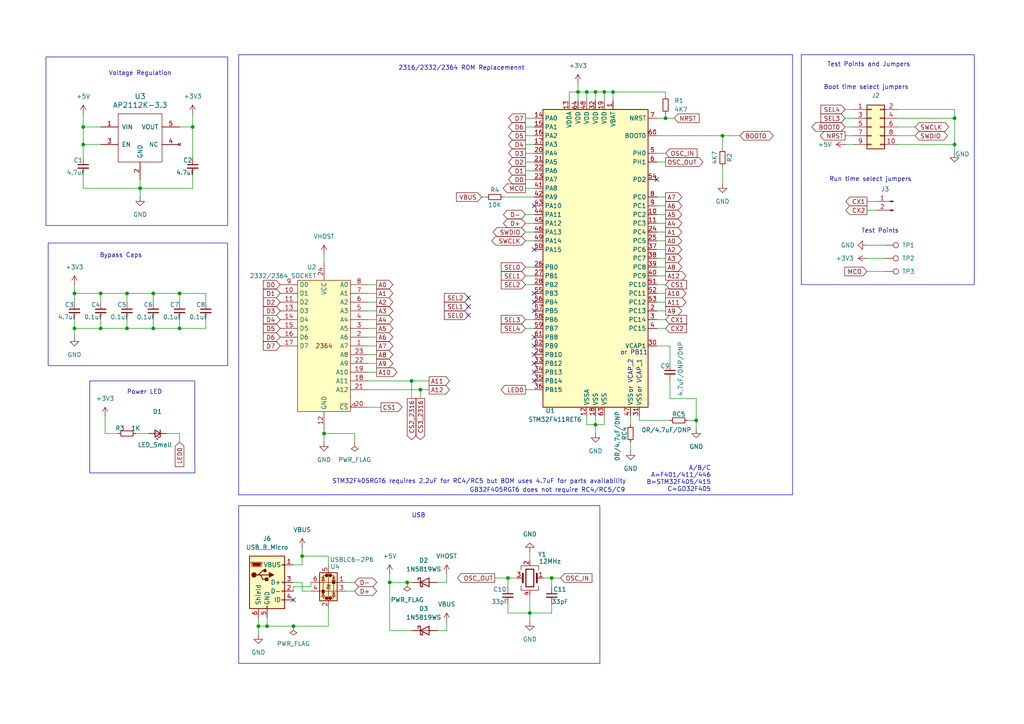
<source format=kicad_sch>
(kicad_sch (version 20250114) (generator "eeschema") (generator_version "9.0")
  (paper "A4")
  (title_block (title "One ROM Ice") (date "2025-12-11") (rev "I") (company "piers.rocks") (comment 1 "(c) Piers Finlayson 2025"))
  (lib_symbols
    (symbol "Connector:Conn_01x02_Pin" (pin_names (offset 1.016) (hide yes))
      (property "Reference" "J" (at 0 2.54 0))
      (property "Value" "Conn_01x02_Pin" (at 0 -5.08 0))
      (symbol "Conn_01x02_Pin_1_1"
        (pin passive line (at 5.08 0 180) (length 3.81) (name "Pin_1") (number "1"))
        (pin passive line (at 5.08 -2.54 180) (length 3.81) (name "Pin_2") (number "2"))
      )
    )
    (symbol "Connector:TestPoint" (pin_numbers (hide yes)) (pin_names (offset 0.762) (hide yes))
      (property "Reference" "TP" (at 0 6.858 0))
      (property "Value" "TestPoint" (at 0 5.08 0))
      (symbol "TestPoint_1_1"
        (pin passive line (at 0 0 90) (length 2.54) (name "1") (number "1"))
      )
    )
    (symbol "Connector:USB_B_Micro" (pin_names (offset 1.016))
      (property "Reference" "J" (at -5.08 11.43 0))
      (property "Value" "USB_B_Micro" (at -5.08 8.89 0))
      (symbol "USB_B_Micro_1_1"
        (pin passive line (at -2.54 -10.16 90) (length 2.54) (name "Shield") (number "6"))
        (pin power_out line (at 0 -10.16 90) (length 2.54) (name "GND") (number "5"))
        (pin power_out line (at 7.62 5.08 180) (length 2.54) (name "VBUS") (number "1"))
        (pin bidirectional line (at 7.62 0 180) (length 2.54) (name "D+") (number "3"))
        (pin bidirectional line (at 7.62 -2.54 180) (length 2.54) (name "D-") (number "2"))
        (pin passive line (at 7.62 -5.08 180) (length 2.54) (name "ID") (number "4"))
      )
    )
    (symbol "Connector_Generic:Conn_02x05_Odd_Even" (pin_names (offset 1.016) (hide yes))
      (property "Reference" "J" (at 1.27 7.62 0))
      (property "Value" "Conn_02x05_Odd_Even" (at 1.27 -7.62 0))
      (symbol "Conn_02x05_Odd_Even_1_1"
        (pin passive line (at -5.08 5.08 0) (length 3.81) (name "Pin_1") (number "1"))
        (pin passive line (at -5.08 2.54 0) (length 3.81) (name "Pin_3") (number "3"))
        (pin passive line (at -5.08 0 0) (length 3.81) (name "Pin_5") (number "5"))
        (pin passive line (at -5.08 -2.54 0) (length 3.81) (name "Pin_7") (number "7"))
        (pin passive line (at -5.08 -5.08 0) (length 3.81) (name "Pin_9") (number "9"))
        (pin passive line (at 7.62 5.08 180) (length 3.81) (name "Pin_2") (number "2"))
        (pin passive line (at 7.62 2.54 180) (length 3.81) (name "Pin_4") (number "4"))
        (pin passive line (at 7.62 0 180) (length 3.81) (name "Pin_6") (number "6"))
        (pin passive line (at 7.62 -2.54 180) (length 3.81) (name "Pin_8") (number "8"))
        (pin passive line (at 7.62 -5.08 180) (length 3.81) (name "Pin_10") (number "10"))
      )
    )
    (symbol "Device:C_Small" (pin_numbers (hide yes)) (pin_names (offset 0.254) (hide yes))
      (property "Reference" "C" (at 0.254 1.778 0))
      (property "Value" "C_Small" (at 0.254 -2.032 0))
      (symbol "C_Small_1_1"
        (pin passive line (at 0 2.54 270) (length 2.032) (name "~") (number "1"))
        (pin passive line (at 0 -2.54 90) (length 2.032) (name "~") (number "2"))
      )
    )
    (symbol "Device:Crystal_GND24" (pin_names (offset 1.016) (hide yes))
      (property "Reference" "Y" (at 3.175 5.08 0))
      (property "Value" "Crystal_GND24" (at 3.175 3.175 0))
      (symbol "Crystal_GND24_1_1"
        (pin passive line (at -3.81 0 0) (length 1.27) (name "1") (number "1"))
        (pin passive line (at 0 5.08 270) (length 1.27) (name "2") (number "2"))
        (pin passive line (at 0 -5.08 90) (length 1.27) (name "4") (number "4"))
        (pin passive line (at 3.81 0 180) (length 1.27) (name "3") (number "3"))
      )
    )
    (symbol "Device:LED_Small" (pin_numbers (hide yes)) (pin_names (offset 0.254) (hide yes))
      (property "Reference" "D" (at -1.27 3.175 0))
      (property "Value" "LED_Small" (at -4.445 -2.54 0))
      (symbol "LED_Small_1_1"
        (pin passive line (at -2.54 0 0) (length 1.778) (name "K") (number "1"))
        (pin passive line (at 2.54 0 180) (length 1.778) (name "A") (number "2"))
      )
    )
    (symbol "Device:R_Small" (pin_numbers (hide yes)) (pin_names (offset 0.254) (hide yes))
      (property "Reference" "R" (at 0.762 0.508 0))
      (property "Value" "R_Small" (at 0.762 -1.016 0))
      (symbol "R_Small_1_1"
        (pin passive line (at 0 2.54 270) (length 0.762) (name "~") (number "1"))
        (pin passive line (at 0 -2.54 90) (length 0.762) (name "~") (number "2"))
      )
    )
    (symbol "Diode:1N5819WS" (pin_numbers (hide yes)) (pin_names (offset 1.016) (hide yes))
      (property "Reference" "D" (at 0 2.54 0))
      (property "Value" "1N5819WS" (at 0 -2.54 0))
      (symbol "1N5819WS_1_1"
        (pin passive line (at -3.81 0 0) (length 2.54) (name "K") (number "1"))
        (pin passive line (at 3.81 0 180) (length 2.54) (name "A") (number "2"))
      )
    )
    (symbol "Power_Protection:USBLC6-2P6" (pin_names (hide yes))
      (property "Reference" "U" (at 0.635 5.715 0))
      (property "Value" "USBLC6-2P6" (at 0.635 3.81 0))
      (symbol "USBLC6-2P6_1_1"
        (pin passive line (at -5.08 0 0) (length 2.54) (name "I/O1") (number "1"))
        (pin passive line (at -5.08 -2.54 0) (length 2.54) (name "I/O2") (number "3"))
        (pin passive line (at 0 5.08 270) (length 2.54) (name "VBUS") (number "5"))
        (pin passive line (at 0 -7.62 90) (length 2.54) (name "GND") (number "2"))
        (pin passive line (at 5.08 0 180) (length 2.54) (name "I/O1") (number "6"))
        (pin passive line (at 5.08 -2.54 180) (length 2.54) (name "I/O2") (number "4"))
      )
    )
    (symbol "piers_old:RT9013" (pin_names (offset 1.016))
      (property "Reference" "U" (at 5.08 11.43 0))
      (property "Value" "RT9013" (at -2.54 11.43 0))
      (symbol "RT9013_1_1"
        (pin power_in line (at -11.43 5.08 0) (length 5.08) (name "VIN") (number "1"))
        (pin input line (at -11.43 0 0) (length 5.08) (name "EN") (number "3"))
        (pin power_in line (at 0 -10.16 90) (length 5.08) (name "GND") (number "2"))
        (pin power_out line (at 11.43 5.08 180) (length 5.08) (name "VOUT") (number "5"))
        (pin no_connect line (at 11.43 0 180) (length 5.08) (name "NC") (number "4"))
      )
    )
    (symbol "piers_retro:2364"
      (property "Reference" "U" (at 3.048 23.114 0))
      (symbol "2364_1_1"
        (text "2364" (at 0 0 0) (effects (font (size 1.27 1.27))))
        (pin input line (at -12.7 17.78 0) (length 5.08) (name "A0") (number "8"))
        (pin input line (at -12.7 15.24 0) (length 5.08) (name "A1") (number "7"))
        (pin input line (at -12.7 12.7 0) (length 5.08) (name "A2") (number "6"))
        (pin input line (at -12.7 10.16 0) (length 5.08) (name "A3") (number "5"))
        (pin input line (at -12.7 7.62 0) (length 5.08) (name "A4") (number "4"))
        (pin input line (at -12.7 5.08 0) (length 5.08) (name "A5") (number "3"))
        (pin input line (at -12.7 2.54 0) (length 5.08) (name "A6") (number "2"))
        (pin input line (at -12.7 0 0) (length 5.08) (name "A7") (number "1"))
        (pin input line (at -12.7 -2.54 0) (length 5.08) (name "A8") (number "23"))
        (pin input line (at -12.7 -5.08 0) (length 5.08) (name "A9") (number "22"))
        (pin input line (at -12.7 -7.62 0) (length 5.08) (name "A10") (number "19"))
        (pin input line (at -12.7 -10.16 0) (length 5.08) (name "A11") (number "18"))
        (pin input line (at -12.7 -12.7 0) (length 5.08) (name "A12") (number "21"))
        (pin input input_low (at -12.7 -17.78 0) (length 5.08) (name "~{CS}") (number "20"))
        (pin power_in line (at 0 24.13 270) (length 5.08) (name "VCC") (number "24"))
        (pin power_in line (at 0 -24.13 90) (length 5.08) (name "GND") (number "12"))
        (pin tri_state line (at 12.7 17.78 180) (length 5.08) (name "D0") (number "9"))
        (pin tri_state line (at 12.7 15.24 180) (length 5.08) (name "D1") (number "10"))
        (pin tri_state line (at 12.7 12.7 180) (length 5.08) (name "D2") (number "11"))
        (pin tri_state line (at 12.7 10.16 180) (length 5.08) (name "D3") (number "13"))
        (pin tri_state line (at 12.7 7.62 180) (length 5.08) (name "D4") (number "14"))
        (pin tri_state line (at 12.7 5.08 180) (length 5.08) (name "D5") (number "15"))
        (pin tri_state line (at 12.7 2.54 180) (length 5.08) (name "D6") (number "16"))
        (pin tri_state line (at 12.7 0 180) (length 5.08) (name "D7") (number "17"))
      )
    )
    (symbol "piers_retro:STM32F411R_C-E_Tx"
      (property "Reference" "U" (at -15.24 44.45 0))
      (property "Value" "STM32F411R_C-E_Tx" (at 10.16 44.45 0))
      (symbol "STM32F411R_C-E_Tx_1_1"
        (pin input line (at -17.78 40.64 0) (length 2.54) (name "NRST") (number "7"))
        (pin input line (at -17.78 35.56 0) (length 2.54) (name "BOOT0") (number "60"))
        (pin bidirectional line (at -17.78 30.48 0) (length 2.54) (name "PH0") (number "5"))
        (pin bidirectional line (at -17.78 27.94 0) (length 2.54) (name "PH1") (number "6"))
        (pin bidirectional line (at -17.78 22.86 0) (length 2.54) (name "PD2") (number "54"))
        (pin bidirectional line (at -17.78 17.78 0) (length 2.54) (name "PC0") (number "8"))
        (pin bidirectional line (at -17.78 15.24 0) (length 2.54) (name "PC1") (number "9"))
        (pin bidirectional line (at -17.78 12.7 0) (length 2.54) (name "PC2") (number "10"))
        (pin bidirectional line (at -17.78 10.16 0) (length 2.54) (name "PC3") (number "11"))
        (pin bidirectional line (at -17.78 7.62 0) (length 2.54) (name "PC4") (number "24"))
        (pin bidirectional line (at -17.78 5.08 0) (length 2.54) (name "PC5") (number "25"))
        (pin bidirectional line (at -17.78 2.54 0) (length 2.54) (name "PC6") (number "37"))
        (pin bidirectional line (at -17.78 0 0) (length 2.54) (name "PC7") (number "38"))
        (pin bidirectional line (at -17.78 -2.54 0) (length 2.54) (name "PC8") (number "39"))
        (pin bidirectional line (at -17.78 -5.08 0) (length 2.54) (name "PC9") (number "40"))
        (pin bidirectional line (at -17.78 -7.62 0) (length 2.54) (name "PC10") (number "51"))
        (pin bidirectional line (at -17.78 -10.16 0) (length 2.54) (name "PC11") (number "52"))
        (pin bidirectional line (at -17.78 -12.7 0) (length 2.54) (name "PC12") (number "53"))
        (pin bidirectional line (at -17.78 -15.24 0) (length 2.54) (name "PC13") (number "2"))
        (pin bidirectional line (at -17.78 -17.78 0) (length 2.54) (name "PC14") (number "3"))
        (pin bidirectional line (at -17.78 -20.32 0) (length 2.54) (name "PC15") (number "4"))
        (pin power_out line (at -17.78 -25.4 0) (length 2.54) (name "VCAP1") (number "30"))
        (pin passive line (at -12.7 -45.72 90) (length 2.54) (name "VSS") (number "31"))
        (pin passive line (at -10.16 -45.72 90) (length 2.54) (name "VSS") (number "47"))
        (pin power_in line (at -5.08 45.72 270) (length 2.54) (name "VBAT") (number "1"))
        (pin power_in line (at -2.54 45.72 270) (length 2.54) (name "VDD") (number "19"))
        (pin passive line (at -2.54 -45.72 90) (length 2.54) (name "VSS") (number "63"))
        (pin power_in line (at 0 45.72 270) (length 2.54) (name "VDD") (number "32"))
        (pin power_in line (at 0 -45.72 90) (length 2.54) (name "VSS") (number "18"))
        (pin power_in line (at 2.54 45.72 270) (length 2.54) (name "VDD") (number "48"))
        (pin power_in line (at 2.54 -45.72 90) (length 2.54) (name "VSSA") (number "12"))
        (pin power_in line (at 5.08 45.72 270) (length 2.54) (name "VDD") (number "64"))
        (pin power_in line (at 7.62 45.72 270) (length 2.54) (name "VDDA") (number "13"))
        (pin bidirectional line (at 17.78 40.64 180) (length 2.54) (name "PA0") (number "14"))
        (pin bidirectional line (at 17.78 38.1 180) (length 2.54) (name "PA1") (number "15"))
        (pin bidirectional line (at 17.78 35.56 180) (length 2.54) (name "PA2") (number "16"))
        (pin bidirectional line (at 17.78 33.02 180) (length 2.54) (name "PA3") (number "17"))
        (pin bidirectional line (at 17.78 30.48 180) (length 2.54) (name "PA4") (number "20"))
        (pin bidirectional line (at 17.78 27.94 180) (length 2.54) (name "PA5") (number "21"))
        (pin bidirectional line (at 17.78 25.4 180) (length 2.54) (name "PA6") (number "22"))
        (pin bidirectional line (at 17.78 22.86 180) (length 2.54) (name "PA7") (number "23"))
        (pin bidirectional line (at 17.78 20.32 180) (length 2.54) (name "PA8") (number "41"))
        (pin bidirectional line (at 17.78 17.78 180) (length 2.54) (name "PA9") (number "42"))
        (pin bidirectional line (at 17.78 15.24 180) (length 2.54) (name "PA10") (number "43"))
        (pin bidirectional line (at 17.78 12.7 180) (length 2.54) (name "PA11") (number "44"))
        (pin bidirectional line (at 17.78 10.16 180) (length 2.54) (name "PA12") (number "45"))
        (pin bidirectional line (at 17.78 7.62 180) (length 2.54) (name "PA13") (number "46"))
        (pin bidirectional line (at 17.78 5.08 180) (length 2.54) (name "PA14") (number "49"))
        (pin bidirectional line (at 17.78 2.54 180) (length 2.54) (name "PA15") (number "50"))
        (pin bidirectional line (at 17.78 -2.54 180) (length 2.54) (name "PB0") (number "26"))
        (pin bidirectional line (at 17.78 -5.08 180) (length 2.54) (name "PB1") (number "27"))
        (pin bidirectional line (at 17.78 -7.62 180) (length 2.54) (name "PB2") (number "28"))
        (pin bidirectional line (at 17.78 -10.16 180) (length 2.54) (name "PB3") (number "55"))
        (pin bidirectional line (at 17.78 -12.7 180) (length 2.54) (name "PB4") (number "56"))
        (pin bidirectional line (at 17.78 -15.24 180) (length 2.54) (name "PB5") (number "57"))
        (pin bidirectional line (at 17.78 -17.78 180) (length 2.54) (name "PB6") (number "58"))
        (pin bidirectional line (at 17.78 -20.32 180) (length 2.54) (name "PB7") (number "59"))
        (pin bidirectional line (at 17.78 -22.86 180) (length 2.54) (name "PB8") (number "61"))
        (pin bidirectional line (at 17.78 -25.4 180) (length 2.54) (name "PB9") (number "62"))
        (pin bidirectional line (at 17.78 -27.94 180) (length 2.54) (name "PB10") (number "29"))
        (pin bidirectional line (at 17.78 -30.48 180) (length 2.54) (name "PB12") (number "33"))
        (pin bidirectional line (at 17.78 -33.02 180) (length 2.54) (name "PB13") (number "34"))
        (pin bidirectional line (at 17.78 -35.56 180) (length 2.54) (name "PB14") (number "35"))
        (pin bidirectional line (at 17.78 -38.1 180) (length 2.54) (name "PB15") (number "36"))
      )
    )
    (symbol "power:+3V3" (power) (pin_numbers (hide yes)) (pin_names (offset 0) (hide yes))
      (property "Value" "+3V3" (at 0 3.556 0))
      (symbol "+3V3_1_1"
        (pin power_in line (at 0 0 90) (length 0) (name "~") (number "1"))
      )
    )
    (symbol "power:+5V" (power) (pin_numbers (hide yes)) (pin_names (offset 0) (hide yes))
      (property "Value" "+5V" (at 0 3.556 0))
      (symbol "+5V_1_1"
        (pin power_in line (at 0 0 90) (length 0) (name "~") (number "1"))
      )
    )
    (symbol "power:GND" (power) (pin_numbers (hide yes)) (pin_names (offset 0) (hide yes))
      (property "Value" "GND" (at 0 -3.81 0))
      (symbol "GND_1_1"
        (pin power_in line (at 0 0 270) (length 0) (name "~") (number "1"))
      )
    )
    (symbol "power:PWR_FLAG" (power) (pin_numbers (hide yes)) (pin_names (offset 0) (hide yes))
      (property "Value" "PWR_FLAG" (at 0 3.81 0))
      (symbol "PWR_FLAG_0_0"
        (pin power_out line (at 0 0 90) (length 0) (name "~") (number "1"))
      )
    )
  )
  (rectangle (start 13.335 16.51) (end 66.04 65.405))
  (rectangle (start 69.215 15.875) (end 229.87 143.51))
  (rectangle (start 56.515 137.16) (end 56.515 137.16))
  (rectangle (start 69.215 146.685) (end 173.99 192.405))
  (rectangle (start 232.41 15.875) (end 282.575 82.55))
  (rectangle (start 26.035 110.49) (end 56.515 137.16))
  (rectangle (start 13.97 70.485) (end 66.04 106.045))
  (text "or VCAP_1" (at 185.42 109.22 90) (effects (font (size 1.27 1.27))))
  (text "or VCAP_2" (at 182.88 109.22 90) (effects (font (size 1.27 1.27))))
  (text "Run time select jumpers" (at 252.476 52.07 0) (effects (font (size 1.27 1.27))))
  (text "USB" (at 121.412 149.606 0) (effects (font (size 1.27 1.27))))
  (text "Voltage Regulation" (at 40.64 21.336 0) (effects (font (size 1.27 1.27))))
  (text "2316/2332/2364 ROM Replacemennt" (at 133.858 19.812 0) (effects (font (size 1.27 1.27))))
  (text "Power LED" (at 41.91 113.792 0) (effects (font (size 1.27 1.27))))
  (text "or PB11" (at 183.896 102.362 0) (effects (font (size 1.27 1.27))))
  (text "GB32F405RGT6 does not require RC4/RC5/C9" (at 181.356 142.24 0) (effects (font (size 1.27 1.27)) (justify right)))
  (text "Test Points" (at 255.27 67.056 0) (effects (font (size 1.27 1.27))))
  (text "Bypass Caps" (at 35.052 74.168 0) (effects (font (size 1.27 1.27))))
  (text "Boot time select jumpers" (at 251.206 25.4 0) (effects (font (size 1.27 1.27))))
  (text "A/B/C\nA=F401/411/446\nB=STM32F405/415\nC=GD32F405" (at 206.248 138.938 0) (effects (font (size 1.27 1.27)) (justify right)))
  (text "Test Points and Jumpers" (at 251.968 18.796 0) (effects (font (size 1.27 1.27))))
  (text "STM32F405RGT6 requires 2.2uF for RC4/RC5 but BOM uses 4.7uF for parts availability" (at 181.61 139.7 0) (effects (font (size 1.27 1.27)) (justify right)))
  (junction (at 276.86 41.91))
  (junction (at 209.55 39.37))
  (junction (at 113.03 168.91))
  (junction (at 193.04 34.29))
  (junction (at 36.83 85.09))
  (junction (at 201.93 121.92))
  (junction (at 153.67 177.8))
  (junction (at 52.07 95.25))
  (junction (at 93.98 125.73))
  (junction (at 74.93 181.61))
  (junction (at 87.63 161.29))
  (junction (at 29.21 95.25))
  (junction (at 119.38 110.49))
  (junction (at 160.02 167.64))
  (junction (at 167.64 26.67))
  (junction (at 21.59 85.09))
  (junction (at 175.26 26.67))
  (junction (at 24.13 36.83))
  (junction (at 29.21 85.09))
  (junction (at 40.64 54.61))
  (junction (at 172.72 26.67))
  (junction (at 44.45 85.09))
  (junction (at 36.83 95.25))
  (junction (at 170.18 26.67))
  (junction (at 44.45 95.25))
  (junction (at 121.92 113.03))
  (junction (at 276.86 34.29))
  (junction (at 24.13 41.91))
  (junction (at 77.47 181.61))
  (junction (at 118.11 168.91))
  (junction (at 85.09 181.61))
  (junction (at 52.07 85.09))
  (junction (at 21.59 95.25))
  (junction (at 147.32 167.64))
  (junction (at 55.88 36.83))
  (junction (at 172.72 123.19))
  (junction (at 177.8 26.67))
  (no_connect (at 154.94 97.79))
  (no_connect (at 135.89 86.36))
  (no_connect (at 135.89 88.9))
  (no_connect (at 154.94 105.41))
  (no_connect (at 154.94 90.17))
  (no_connect (at 154.94 100.33))
  (no_connect (at 154.94 107.95))
  (no_connect (at 154.94 110.49))
  (no_connect (at 154.94 85.09))
  (no_connect (at 190.5 52.07))
  (no_connect (at 154.94 87.63))
  (no_connect (at 135.89 91.44))
  (no_connect (at 154.94 72.39))
  (no_connect (at 154.94 102.87))
  (no_connect (at 85.09 173.99))
  (no_connect (at 154.94 59.69))
  (wire (pts (xy 55.88 36.83) (xy 55.88 45.72)))
  (wire (pts (xy 260.35 41.91) (xy 276.86 41.91)))
  (wire (pts (xy 170.18 123.19) (xy 172.72 123.19)))
  (wire (pts (xy 52.07 125.73) (xy 52.07 128.27)))
  (wire (pts (xy 177.8 26.67) (xy 177.8 29.21)))
  (wire (pts (xy 87.63 163.83) (xy 87.63 161.29)))
  (wire (pts (xy 85.09 171.45) (xy 85.09 170.18)))
  (wire (pts (xy 194.31 100.33) (xy 194.31 105.41)))
  (wire (pts (xy 59.69 87.63) (xy 59.69 85.09)))
  (wire (pts (xy 165.1 26.67) (xy 167.64 26.67)))
  (wire (pts (xy 106.68 95.25) (xy 109.22 95.25)))
  (wire (pts (xy 59.69 95.25) (xy 59.69 92.71)))
  (wire (pts (xy 190.5 95.25) (xy 193.04 95.25)))
  (wire (pts (xy 245.11 31.75) (xy 247.65 31.75)))
  (wire (pts (xy 24.13 54.61) (xy 40.64 54.61)))
  (wire (pts (xy 152.4 41.91) (xy 154.94 41.91)))
  (wire (pts (xy 36.83 85.09) (xy 36.83 87.63)))
  (wire (pts (xy 129.54 182.88) (xy 127 182.88)))
  (wire (pts (xy 245.11 34.29) (xy 247.65 34.29)))
  (wire (pts (xy 106.68 90.17) (xy 109.22 90.17)))
  (wire (pts (xy 29.21 95.25) (xy 21.59 95.25)))
  (wire (pts (xy 40.64 54.61) (xy 40.64 57.15)))
  (wire (pts (xy 190.5 44.45) (xy 193.04 44.45)))
  (wire (pts (xy 170.18 26.67) (xy 172.72 26.67)))
  (wire (pts (xy 172.72 26.67) (xy 172.72 29.21)))
  (wire (pts (xy 276.86 34.29) (xy 276.86 31.75)))
  (wire (pts (xy 251.46 71.12) (xy 256.54 71.12)))
  (wire (pts (xy 29.21 95.25) (xy 29.21 92.71)))
  (wire (pts (xy 118.11 168.91) (xy 119.38 168.91)))
  (wire (pts (xy 190.5 34.29) (xy 193.04 34.29)))
  (wire (pts (xy 121.92 113.03) (xy 121.92 115.57)))
  (wire (pts (xy 160.02 177.8) (xy 153.67 177.8)))
  (wire (pts (xy 153.67 177.8) (xy 153.67 180.34)))
  (wire (pts (xy 106.68 82.55) (xy 109.22 82.55)))
  (wire (pts (xy 167.64 24.13) (xy 167.64 26.67)))
  (wire (pts (xy 170.18 26.67) (xy 170.18 29.21)))
  (wire (pts (xy 44.45 85.09) (xy 44.45 87.63)))
  (wire (pts (xy 172.72 120.65) (xy 172.72 123.19)))
  (wire (pts (xy 152.4 92.71) (xy 154.94 92.71)))
  (wire (pts (xy 177.8 26.67) (xy 193.04 26.67)))
  (wire (pts (xy 129.54 180.34) (xy 129.54 182.88)))
  (wire (pts (xy 52.07 92.71) (xy 52.07 95.25)))
  (wire (pts (xy 129.54 168.91) (xy 127 168.91)))
  (wire (pts (xy 201.93 115.57) (xy 194.31 115.57)))
  (wire (pts (xy 190.5 67.31) (xy 193.04 67.31)))
  (wire (pts (xy 201.93 115.57) (xy 201.93 121.92)))
  (wire (pts (xy 21.59 85.09) (xy 29.21 85.09)))
  (wire (pts (xy 154.94 82.55) (xy 152.4 82.55)))
  (wire (pts (xy 21.59 82.55) (xy 21.59 85.09)))
  (wire (pts (xy 55.88 54.61) (xy 55.88 50.8)))
  (wire (pts (xy 74.93 181.61) (xy 77.47 181.61)))
  (wire (pts (xy 251.46 74.93) (xy 256.54 74.93)))
  (wire (pts (xy 30.48 120.65) (xy 30.48 125.73)))
  (wire (pts (xy 152.4 34.29) (xy 154.94 34.29)))
  (wire (pts (xy 201.93 121.92) (xy 201.93 124.46)))
  (wire (pts (xy 24.13 41.91) (xy 24.13 45.72)))
  (wire (pts (xy 245.11 41.91) (xy 247.65 41.91)))
  (wire (pts (xy 190.5 62.23) (xy 193.04 62.23)))
  (wire (pts (xy 146.05 57.15) (xy 154.94 57.15)))
  (wire (pts (xy 36.83 95.25) (xy 36.83 92.71)))
  (wire (pts (xy 106.68 87.63) (xy 109.22 87.63)))
  (wire (pts (xy 55.88 36.83) (xy 52.07 36.83)))
  (wire (pts (xy 165.1 29.21) (xy 165.1 26.67)))
  (wire (pts (xy 24.13 36.83) (xy 29.21 36.83)))
  (wire (pts (xy 193.04 27.94) (xy 193.04 26.67)))
  (wire (pts (xy 209.55 39.37) (xy 209.55 43.18)))
  (wire (pts (xy 175.26 123.19) (xy 172.72 123.19)))
  (wire (pts (xy 153.67 172.72) (xy 153.67 177.8)))
  (wire (pts (xy 160.02 175.26) (xy 160.02 177.8)))
  (wire (pts (xy 260.35 34.29) (xy 276.86 34.29)))
  (wire (pts (xy 190.5 59.69) (xy 193.04 59.69)))
  (wire (pts (xy 190.5 46.99) (xy 193.04 46.99)))
  (wire (pts (xy 113.03 168.91) (xy 118.11 168.91)))
  (wire (pts (xy 182.88 128.27) (xy 182.88 130.81)))
  (wire (pts (xy 95.25 163.83) (xy 95.25 161.29)))
  (wire (pts (xy 77.47 181.61) (xy 77.47 179.07)))
  (wire (pts (xy 21.59 85.09) (xy 21.59 87.63)))
  (wire (pts (xy 87.63 161.29) (xy 95.25 161.29)))
  (wire (pts (xy 100.33 171.45) (xy 102.87 171.45)))
  (wire (pts (xy 24.13 36.83) (xy 24.13 41.91)))
  (wire (pts (xy 87.63 161.29) (xy 87.63 158.75)))
  (wire (pts (xy 44.45 95.25) (xy 44.45 92.71)))
  (wire (pts (xy 245.11 39.37) (xy 247.65 39.37)))
  (wire (pts (xy 185.42 121.92) (xy 194.31 121.92)))
  (wire (pts (xy 251.46 60.96) (xy 254 60.96)))
  (wire (pts (xy 152.4 113.03) (xy 154.94 113.03)))
  (wire (pts (xy 170.18 120.65) (xy 170.18 123.19)))
  (wire (pts (xy 193.04 85.09) (xy 190.5 85.09)))
  (wire (pts (xy 44.45 85.09) (xy 52.07 85.09)))
  (wire (pts (xy 172.72 123.19) (xy 172.72 125.73)))
  (wire (pts (xy 147.32 175.26) (xy 147.32 177.8)))
  (wire (pts (xy 190.5 74.93) (xy 193.04 74.93)))
  (wire (pts (xy 59.69 85.09) (xy 52.07 85.09)))
  (wire (pts (xy 52.07 125.73) (xy 48.26 125.73)))
  (wire (pts (xy 245.11 36.83) (xy 247.65 36.83)))
  (wire (pts (xy 190.5 57.15) (xy 193.04 57.15)))
  (wire (pts (xy 85.09 163.83) (xy 87.63 163.83)))
  (wire (pts (xy 24.13 50.8) (xy 24.13 54.61)))
  (wire (pts (xy 55.88 33.02) (xy 55.88 36.83)))
  (wire (pts (xy 190.5 80.01) (xy 193.04 80.01)))
  (wire (pts (xy 87.63 168.91) (xy 87.63 171.45)))
  (wire (pts (xy 44.45 95.25) (xy 36.83 95.25)))
  (wire (pts (xy 143.51 167.64) (xy 147.32 167.64)))
  (wire (pts (xy 276.86 31.75) (xy 260.35 31.75)))
  (wire (pts (xy 106.68 107.95) (xy 109.22 107.95)))
  (wire (pts (xy 194.31 115.57) (xy 194.31 110.49)))
  (wire (pts (xy 190.5 69.85) (xy 193.04 69.85)))
  (wire (pts (xy 154.94 77.47) (xy 152.4 77.47)))
  (wire (pts (xy 113.03 168.91) (xy 113.03 182.88)))
  (wire (pts (xy 106.68 118.11) (xy 110.49 118.11)))
  (wire (pts (xy 29.21 85.09) (xy 36.83 85.09)))
  (wire (pts (xy 40.64 54.61) (xy 55.88 54.61)))
  (wire (pts (xy 36.83 95.25) (xy 29.21 95.25)))
  (wire (pts (xy 160.02 167.64) (xy 162.56 167.64)))
  (wire (pts (xy 113.03 182.88) (xy 119.38 182.88)))
  (wire (pts (xy 199.39 121.92) (xy 201.93 121.92)))
  (wire (pts (xy 147.32 167.64) (xy 147.32 170.18)))
  (wire (pts (xy 157.48 167.64) (xy 160.02 167.64)))
  (wire (pts (xy 106.68 92.71) (xy 109.22 92.71)))
  (wire (pts (xy 119.38 110.49) (xy 124.46 110.49)))
  (wire (pts (xy 276.86 41.91) (xy 276.86 44.45)))
  (wire (pts (xy 90.17 168.91) (xy 90.17 170.18)))
  (wire (pts (xy 190.5 100.33) (xy 194.31 100.33)))
  (wire (pts (xy 147.32 167.64) (xy 149.86 167.64)))
  (wire (pts (xy 85.09 181.61) (xy 95.25 181.61)))
  (wire (pts (xy 193.04 87.63) (xy 190.5 87.63)))
  (wire (pts (xy 21.59 95.25) (xy 21.59 92.71)))
  (wire (pts (xy 52.07 85.09) (xy 52.07 87.63)))
  (wire (pts (xy 106.68 100.33) (xy 109.22 100.33)))
  (wire (pts (xy 85.09 168.91) (xy 87.63 168.91)))
  (wire (pts (xy 87.63 171.45) (xy 90.17 171.45)))
  (wire (pts (xy 152.4 49.53) (xy 154.94 49.53)))
  (wire (pts (xy 93.98 124.46) (xy 93.98 125.73)))
  (wire (pts (xy 160.02 167.64) (xy 160.02 170.18)))
  (wire (pts (xy 102.87 128.27) (xy 102.87 125.73)))
  (wire (pts (xy 147.32 177.8) (xy 153.67 177.8)))
  (wire (pts (xy 106.68 102.87) (xy 109.22 102.87)))
  (wire (pts (xy 153.67 160.02) (xy 153.67 162.56)))
  (wire (pts (xy 190.5 39.37) (xy 209.55 39.37)))
  (wire (pts (xy 74.93 181.61) (xy 74.93 184.15)))
  (wire (pts (xy 175.26 26.67) (xy 175.26 29.21)))
  (wire (pts (xy 209.55 39.37) (xy 214.63 39.37)))
  (wire (pts (xy 154.94 69.85) (xy 152.4 69.85)))
  (wire (pts (xy 52.07 95.25) (xy 59.69 95.25)))
  (wire (pts (xy 190.5 72.39) (xy 193.04 72.39)))
  (wire (pts (xy 74.93 179.07) (xy 74.93 181.61)))
  (wire (pts (xy 95.25 181.61) (xy 95.25 176.53)))
  (wire (pts (xy 190.5 92.71) (xy 193.04 92.71)))
  (wire (pts (xy 106.68 85.09) (xy 109.22 85.09)))
  (wire (pts (xy 102.87 125.73) (xy 93.98 125.73)))
  (wire (pts (xy 93.98 73.66) (xy 93.98 76.2)))
  (wire (pts (xy 167.64 26.67) (xy 167.64 29.21)))
  (wire (pts (xy 193.04 33.02) (xy 193.04 34.29)))
  (wire (pts (xy 190.5 82.55) (xy 193.04 82.55)))
  (wire (pts (xy 30.48 125.73) (xy 34.29 125.73)))
  (wire (pts (xy 106.68 113.03) (xy 121.92 113.03)))
  (wire (pts (xy 193.04 34.29) (xy 195.58 34.29)))
  (wire (pts (xy 40.64 52.07) (xy 40.64 54.61)))
  (wire (pts (xy 154.94 80.01) (xy 152.4 80.01)))
  (wire (pts (xy 139.7 57.15) (xy 140.97 57.15)))
  (wire (pts (xy 154.94 54.61) (xy 152.4 54.61)))
  (wire (pts (xy 106.68 110.49) (xy 119.38 110.49)))
  (wire (pts (xy 260.35 39.37) (xy 265.43 39.37)))
  (wire (pts (xy 24.13 41.91) (xy 29.21 41.91)))
  (wire (pts (xy 175.26 26.67) (xy 177.8 26.67)))
  (wire (pts (xy 172.72 26.67) (xy 175.26 26.67)))
  (wire (pts (xy 260.35 36.83) (xy 265.43 36.83)))
  (wire (pts (xy 185.42 120.65) (xy 185.42 121.92)))
  (wire (pts (xy 152.4 52.07) (xy 154.94 52.07)))
  (wire (pts (xy 209.55 48.26) (xy 209.55 53.34)))
  (wire (pts (xy 93.98 125.73) (xy 93.98 128.27)))
  (wire (pts (xy 193.04 90.17) (xy 190.5 90.17)))
  (wire (pts (xy 106.68 105.41) (xy 109.22 105.41)))
  (wire (pts (xy 100.33 168.91) (xy 102.87 168.91)))
  (wire (pts (xy 154.94 67.31) (xy 152.4 67.31)))
  (wire (pts (xy 152.4 46.99) (xy 154.94 46.99)))
  (wire (pts (xy 77.47 181.61) (xy 85.09 181.61)))
  (wire (pts (xy 276.86 34.29) (xy 276.86 41.91)))
  (wire (pts (xy 251.46 58.42) (xy 254 58.42)))
  (wire (pts (xy 119.38 110.49) (xy 119.38 115.57)))
  (wire (pts (xy 167.64 26.67) (xy 170.18 26.67)))
  (wire (pts (xy 121.92 113.03) (xy 124.46 113.03)))
  (wire (pts (xy 190.5 77.47) (xy 193.04 77.47)))
  (wire (pts (xy 21.59 95.25) (xy 21.59 97.79)))
  (wire (pts (xy 182.88 120.65) (xy 182.88 123.19)))
  (wire (pts (xy 190.5 64.77) (xy 193.04 64.77)))
  (wire (pts (xy 152.4 62.23) (xy 154.94 62.23)))
  (wire (pts (xy 29.21 85.09) (xy 29.21 87.63)))
  (wire (pts (xy 152.4 95.25) (xy 154.94 95.25)))
  (wire (pts (xy 106.68 97.79) (xy 109.22 97.79)))
  (wire (pts (xy 152.4 64.77) (xy 154.94 64.77)))
  (wire (pts (xy 152.4 44.45) (xy 154.94 44.45)))
  (wire (pts (xy 129.54 166.37) (xy 129.54 168.91)))
  (wire (pts (xy 175.26 120.65) (xy 175.26 123.19)))
  (wire (pts (xy 85.09 170.18) (xy 90.17 170.18)))
  (wire (pts (xy 251.46 78.74) (xy 256.54 78.74)))
  (wire (pts (xy 152.4 39.37) (xy 154.94 39.37)))
  (wire (pts (xy 39.37 125.73) (xy 43.18 125.73)))
  (wire (pts (xy 113.03 166.37) (xy 113.03 168.91)))
  (wire (pts (xy 24.13 33.02) (xy 24.13 36.83)))
  (wire (pts (xy 36.83 85.09) (xy 44.45 85.09)))
  (wire (pts (xy 152.4 36.83) (xy 154.94 36.83)))
  (wire (pts (xy 52.07 95.25) (xy 44.45 95.25)))
  (global_label "A9" (shape output) (at 109.22 105.41 0) (property "Intersheetrefs" "${INTERSHEET_REFS}" (effects (hide yes))))
  (global_label "SWCLK" (shape bidirectional) (at 152.4 69.85 180) (property "Intersheetrefs" "${INTERSHEET_REFS}" (effects (hide yes))))
  (global_label "CX1" (shape input) (at 193.04 92.71 0) (property "Intersheetrefs" "${INTERSHEET_REFS}" (effects (hide yes))))
  (global_label "A7" (shape output) (at 193.04 57.15 0) (property "Intersheetrefs" "${INTERSHEET_REFS}" (effects (hide yes))))
  (global_label "A11" (shape output) (at 193.04 87.63 0) (property "Intersheetrefs" "${INTERSHEET_REFS}" (effects (hide yes))))
  (global_label "BOOT0" (shape bidirectional) (at 245.11 36.83 180) (property "Intersheetrefs" "${INTERSHEET_REFS}" (effects (hide yes))))
  (global_label "SEL2" (shape input) (at 152.4 82.55 180) (property "Intersheetrefs" "${INTERSHEET_REFS}" (effects (hide yes))))
  (global_label "A2" (shape output) (at 109.22 87.63 0) (property "Intersheetrefs" "${INTERSHEET_REFS}" (effects (hide yes))))
  (global_label "D6" (shape input) (at 81.28 97.79 180) (property "Intersheetrefs" "${INTERSHEET_REFS}" (effects (hide yes))))
  (global_label "D0" (shape input) (at 81.28 82.55 180) (property "Intersheetrefs" "${INTERSHEET_REFS}" (effects (hide yes))))
  (global_label "A0" (shape output) (at 109.22 82.55 0) (property "Intersheetrefs" "${INTERSHEET_REFS}" (effects (hide yes))))
  (global_label "D2" (shape input) (at 81.28 87.63 180) (property "Intersheetrefs" "${INTERSHEET_REFS}" (effects (hide yes))))
  (global_label "A1" (shape output) (at 109.22 85.09 0) (property "Intersheetrefs" "${INTERSHEET_REFS}" (effects (hide yes))))
  (global_label "D1" (shape input) (at 81.28 85.09 180) (property "Intersheetrefs" "${INTERSHEET_REFS}" (effects (hide yes))))
  (global_label "CS1" (shape input) (at 193.04 82.55 0) (property "Intersheetrefs" "${INTERSHEET_REFS}" (effects (hide yes))))
  (global_label "D7" (shape output) (at 152.4 34.29 180) (property "Intersheetrefs" "${INTERSHEET_REFS}" (effects (hide yes))))
  (global_label "SEL2" (shape input) (at 135.89 86.36 180) (property "Intersheetrefs" "${INTERSHEET_REFS}" (effects (hide yes))))
  (global_label "CS2_2316" (shape output) (at 119.38 115.57 270) (property "Intersheetrefs" "${INTERSHEET_REFS}" (effects (hide yes))))
  (global_label "A3" (shape output) (at 109.22 90.17 0) (property "Intersheetrefs" "${INTERSHEET_REFS}" (effects (hide yes))))
  (global_label "A6" (shape output) (at 109.22 97.79 0) (property "Intersheetrefs" "${INTERSHEET_REFS}" (effects (hide yes))))
  (global_label "SEL1" (shape input) (at 135.89 88.9 180) (property "Intersheetrefs" "${INTERSHEET_REFS}" (effects (hide yes))))
  (global_label "A6" (shape output) (at 193.04 59.69 0) (property "Intersheetrefs" "${INTERSHEET_REFS}" (effects (hide yes))))
  (global_label "LED0" (shape output) (at 152.4 113.03 180) (property "Intersheetrefs" "${INTERSHEET_REFS}" (effects (hide yes))))
  (global_label "D3" (shape output) (at 152.4 44.45 180) (property "Intersheetrefs" "${INTERSHEET_REFS}" (effects (hide yes))))
  (global_label "NRST" (shape output) (at 245.11 39.37 180) (property "Intersheetrefs" "${INTERSHEET_REFS}" (effects (hide yes))))
  (global_label "D-" (shape bidirectional) (at 102.87 168.91 0) (property "Intersheetrefs" "${INTERSHEET_REFS}" (effects (hide yes))))
  (global_label "D0" (shape output) (at 152.4 52.07 180) (property "Intersheetrefs" "${INTERSHEET_REFS}" (effects (hide yes))))
  (global_label "D5" (shape output) (at 152.4 39.37 180) (property "Intersheetrefs" "${INTERSHEET_REFS}" (effects (hide yes))))
  (global_label "NRST" (shape input) (at 195.58 34.29 0) (property "Intersheetrefs" "${INTERSHEET_REFS}" (effects (hide yes))))
  (global_label "SWDIO" (shape bidirectional) (at 152.4 67.31 180) (property "Intersheetrefs" "${INTERSHEET_REFS}" (effects (hide yes))))
  (global_label "D-" (shape bidirectional) (at 152.4 62.23 180) (property "Intersheetrefs" "${INTERSHEET_REFS}" (effects (hide yes))))
  (global_label "A12" (shape output) (at 193.04 80.01 0) (property "Intersheetrefs" "${INTERSHEET_REFS}" (effects (hide yes))))
  (global_label "A4" (shape output) (at 109.22 92.71 0) (property "Intersheetrefs" "${INTERSHEET_REFS}" (effects (hide yes))))
  (global_label "A9" (shape output) (at 193.04 90.17 0) (property "Intersheetrefs" "${INTERSHEET_REFS}" (effects (hide yes))))
  (global_label "A10" (shape output) (at 193.04 85.09 0) (property "Intersheetrefs" "${INTERSHEET_REFS}" (effects (hide yes))))
  (global_label "VBUS" (shape input) (at 139.7 57.15 180) (property "Intersheetrefs" "${INTERSHEET_REFS}" (effects (hide yes))))
  (global_label "SWCLK" (shape bidirectional) (at 265.43 36.83 0) (property "Intersheetrefs" "${INTERSHEET_REFS}" (effects (hide yes))))
  (global_label "D+" (shape bidirectional) (at 152.4 64.77 180) (property "Intersheetrefs" "${INTERSHEET_REFS}" (effects (hide yes))))
  (global_label "CX2" (shape output) (at 251.46 60.96 180) (property "Intersheetrefs" "${INTERSHEET_REFS}" (effects (hide yes))))
  (global_label "SEL1" (shape input) (at 152.4 80.01 180) (property "Intersheetrefs" "${INTERSHEET_REFS}" (effects (hide yes))))
  (global_label "SWDIO" (shape bidirectional) (at 265.43 39.37 0) (property "Intersheetrefs" "${INTERSHEET_REFS}" (effects (hide yes))))
  (global_label "D7" (shape input) (at 81.28 100.33 180) (property "Intersheetrefs" "${INTERSHEET_REFS}" (effects (hide yes))))
  (global_label "D4" (shape input) (at 81.28 92.71 180) (property "Intersheetrefs" "${INTERSHEET_REFS}" (effects (hide yes))))
  (global_label "CS3_2316" (shape output) (at 121.92 115.57 270) (property "Intersheetrefs" "${INTERSHEET_REFS}" (effects (hide yes))))
  (global_label "A1" (shape output) (at 193.04 67.31 0) (property "Intersheetrefs" "${INTERSHEET_REFS}" (effects (hide yes))))
  (global_label "A7" (shape output) (at 109.22 100.33 0) (property "Intersheetrefs" "${INTERSHEET_REFS}" (effects (hide yes))))
  (global_label "SEL0" (shape input) (at 135.89 91.44 180) (property "Intersheetrefs" "${INTERSHEET_REFS}" (effects (hide yes))))
  (global_label "D+" (shape bidirectional) (at 102.87 171.45 0) (property "Intersheetrefs" "${INTERSHEET_REFS}" (effects (hide yes))))
  (global_label "D2" (shape output) (at 152.4 46.99 180) (property "Intersheetrefs" "${INTERSHEET_REFS}" (effects (hide yes))))
  (global_label "LED0" (shape input) (at 52.07 128.27 270) (property "Intersheetrefs" "${INTERSHEET_REFS}" (effects (hide yes))))
  (global_label "A5" (shape output) (at 193.04 62.23 0) (property "Intersheetrefs" "${INTERSHEET_REFS}" (effects (hide yes))))
  (global_label "CX1" (shape output) (at 251.46 58.42 180) (property "Intersheetrefs" "${INTERSHEET_REFS}" (effects (hide yes))))
  (global_label "OSC_IN" (shape input) (at 193.04 44.45 0) (property "Intersheetrefs" "${INTERSHEET_REFS}" (effects (hide yes))))
  (global_label "SEL3" (shape input) (at 152.4 92.71 180) (property "Intersheetrefs" "${INTERSHEET_REFS}" (effects (hide yes))))
  (global_label "SEL0" (shape input) (at 152.4 77.47 180) (property "Intersheetrefs" "${INTERSHEET_REFS}" (effects (hide yes))))
  (global_label "A0" (shape output) (at 193.04 69.85 0) (property "Intersheetrefs" "${INTERSHEET_REFS}" (effects (hide yes))))
  (global_label "SEL3" (shape input) (at 245.11 34.29 180) (property "Intersheetrefs" "${INTERSHEET_REFS}" (effects (hide yes))))
  (global_label "CX2" (shape input) (at 193.04 95.25 0) (property "Intersheetrefs" "${INTERSHEET_REFS}" (effects (hide yes))))
  (global_label "A5" (shape output) (at 109.22 95.25 0) (property "Intersheetrefs" "${INTERSHEET_REFS}" (effects (hide yes))))
  (global_label "A2" (shape output) (at 193.04 72.39 0) (property "Intersheetrefs" "${INTERSHEET_REFS}" (effects (hide yes))))
  (global_label "D1" (shape output) (at 152.4 49.53 180) (property "Intersheetrefs" "${INTERSHEET_REFS}" (effects (hide yes))))
  (global_label "A8" (shape output) (at 109.22 102.87 0) (property "Intersheetrefs" "${INTERSHEET_REFS}" (effects (hide yes))))
  (global_label "D4" (shape output) (at 152.4 41.91 180) (property "Intersheetrefs" "${INTERSHEET_REFS}" (effects (hide yes))))
  (global_label "OSC_OUT" (shape output) (at 143.51 167.64 180) (property "Intersheetrefs" "${INTERSHEET_REFS}" (effects (hide yes))))
  (global_label "A12" (shape output) (at 124.46 113.03 0) (property "Intersheetrefs" "${INTERSHEET_REFS}" (effects (hide yes))))
  (global_label "A10" (shape output) (at 109.22 107.95 0) (property "Intersheetrefs" "${INTERSHEET_REFS}" (effects (hide yes))))
  (global_label "CS1" (shape output) (at 110.49 118.11 0) (property "Intersheetrefs" "${INTERSHEET_REFS}" (effects (hide yes))))
  (global_label "OSC_IN" (shape input) (at 162.56 167.64 0) (property "Intersheetrefs" "${INTERSHEET_REFS}" (effects (hide yes))))
  (global_label "MCO" (shape input) (at 251.46 78.74 180) (property "Intersheetrefs" "${INTERSHEET_REFS}" (effects (hide yes))))
  (global_label "A11" (shape output) (at 124.46 110.49 0) (property "Intersheetrefs" "${INTERSHEET_REFS}" (effects (hide yes))))
  (global_label "D6" (shape output) (at 152.4 36.83 180) (property "Intersheetrefs" "${INTERSHEET_REFS}" (effects (hide yes))))
  (global_label "SEL4" (shape input) (at 152.4 95.25 180) (property "Intersheetrefs" "${INTERSHEET_REFS}" (effects (hide yes))))
  (global_label "MCO" (shape output) (at 152.4 54.61 180) (property "Intersheetrefs" "${INTERSHEET_REFS}" (effects (hide yes))))
  (global_label "A4" (shape output) (at 193.04 64.77 0) (property "Intersheetrefs" "${INTERSHEET_REFS}" (effects (hide yes))))
  (global_label "D5" (shape input) (at 81.28 95.25 180) (property "Intersheetrefs" "${INTERSHEET_REFS}" (effects (hide yes))))
  (global_label "SEL4" (shape input) (at 245.11 31.75 180) (property "Intersheetrefs" "${INTERSHEET_REFS}" (effects (hide yes))))
  (global_label "OSC_OUT" (shape output) (at 193.04 46.99 0) (property "Intersheetrefs" "${INTERSHEET_REFS}" (effects (hide yes))))
  (global_label "A3" (shape output) (at 193.04 74.93 0) (property "Intersheetrefs" "${INTERSHEET_REFS}" (effects (hide yes))))
  (global_label "D3" (shape input) (at 81.28 90.17 180) (property "Intersheetrefs" "${INTERSHEET_REFS}" (effects (hide yes))))
  (global_label "BOOT0" (shape bidirectional) (at 214.63 39.37 0) (property "Intersheetrefs" "${INTERSHEET_REFS}" (effects (hide yes))))
  (global_label "A8" (shape output) (at 193.04 77.47 0) (property "Intersheetrefs" "${INTERSHEET_REFS}" (effects (hide yes))))
  (symbol (lib_id "power:GND") (at 276.86 44.45 0) (unit 1)
    (property "Reference" "#PWR012" (effects (hide yes)))
    (property "Value" "GND" (at 279.146 44.704 0))
    (property "Description" "Power symbol creates a global label with name \"GND\" , ground" (effects (hide yes)))
  )
  (symbol (lib_id "power:GND") (at 74.93 184.15 0) (unit 1)
    (property "Reference" "#PWR021" (effects (hide yes)))
    (property "Value" "GND" (at 74.93 189.23 0))
    (property "Description" "Power symbol creates a global label with name \"GND\" , ground" (effects (hide yes)))
  )
  (symbol (lib_id "power:+3V3") (at 251.46 74.93 90) (unit 1)
    (property "Reference" "#PWR027" (effects (hide yes)))
    (property "Value" "+3V3" (at 247.65 74.9299 90) (effects (justify left)))
    (property "Description" "Power symbol creates a global label with name \"+3V3\"" (effects (hide yes)))
  )
  (symbol (lib_id "Device:LED_Small") (at 45.72 125.73 180) (unit 1)
    (property "Reference" "D1" (at 45.6565 119.38 0))
    (property "Value" "LED_Small" (at 44.958 129.032 0))
    (property "Footprint" "LED_SMD:LED_0603_1608Metric" (effects (hide yes)))
    (property "Description" "Light emitting diode, small symbol" (effects (hide yes)))
    (property "LCSC" "C2286" (effects (hide yes)))
  )
  (symbol (lib_id "power:+3V3") (at 21.59 82.55 0) (unit 1)
    (property "Reference" "#PWR010" (effects (hide yes)))
    (property "Value" "+3V3" (at 21.59 77.47 0))
    (property "Description" "Power symbol creates a global label with name \"+3V3\"" (effects (hide yes)))
  )
  (symbol (lib_id "Connector:Conn_01x02_Pin") (at 259.08 58.42 0) (mirror y) (unit 1)
    (property "Reference" "J3" (at 255.524 54.864 0) (effects (justify right)))
    (property "Value" "Conn_01x02_Pin" (effects (hide yes)))
    (property "Footprint" "Connector_PinHeader_2.54mm:PinHeader_1x02_P2.54mm_Vertical" (effects (hide yes)))
    (property "Description" "Generic connector, single row, 01x02, script generated" (effects (hide yes)))
  )
  (symbol (lib_id "Device:C_Small") (at 36.83 90.17 0) (mirror y) (unit 1)
    (property "Reference" "C5" (at 34.036 88.392 0) (effects (justify right)))
    (property "Value" "0.1uF" (at 32.004 91.948 0) (effects (justify right)))
    (property "Footprint" "Capacitor_SMD:C_0402_1005Metric" (effects (hide yes)))
    (property "Description" "Unpolarized capacitor, small symbol" (effects (hide yes)))
    (property "Comment" "Samsung Electro-Mechanics CL05B104KO5NNNC" (effects (hide yes)))
    (property "LCSC" "C1525" (effects (hide yes)))
    (property "Price(10)" "$0.001" (effects (hide yes)))
  )
  (symbol (lib_id "Connector:TestPoint") (at 256.54 78.74 270) (unit 1)
    (property "Reference" "TP3" (at 261.62 78.7399 90) (effects (justify left)))
    (property "Value" "TestPoint" (effects (hide yes)))
    (property "Footprint" "piers retro footprints:1mm smd test point small ss" (effects (hide yes)))
    (property "Description" "test point" (effects (hide yes)))
  )
  (symbol (lib_id "power:PWR_FLAG") (at 85.09 181.61 180) (unit 1)
    (property "Reference" "#FLG01" (effects (hide yes)))
    (property "Value" "PWR_FLAG" (at 85.09 186.69 0))
    (property "Description" "Special symbol for telling ERC where power comes from" (effects (hide yes)))
  )
  (symbol (lib_id "Connector:USB_B_Micro") (at 77.47 168.91 0) (unit 1)
    (property "Reference" "J6" (at 77.47 156.21 0))
    (property "Value" "USB_B_Micro" (at 77.47 158.75 0))
    (property "Footprint" "piers global:USB_Micro-B_micro_xnj_073_C404969" (effects (hide yes)))
    (property "Description" "USB Micro Type B connector" (effects (hide yes)))
    (property "LCSC" "C404969" (effects (hide yes)))
  )
  (symbol (lib_id "Device:Crystal_GND24") (at 153.67 167.64 0) (mirror y) (unit 1)
    (property "Reference" "Y1" (at 157.226 160.782 0))
    (property "Value" "12MHz" (at 159.512 162.814 0))
    (property "Footprint" "Crystal:Crystal_SMD_3225-4Pin_3.2x2.5mm" (effects (hide yes)))
    (property "Description" "Four pin crystal, GND on pins 2 and 4" (effects (hide yes)))
    (property "LCSC" "C9002" (effects (hide yes)))
  )
  (symbol (lib_id "power:+5V") (at 113.03 166.37 0) (unit 1)
    (property "Reference" "#PWR026" (effects (hide yes)))
    (property "Value" "+5V" (at 113.03 161.29 0))
    (property "Description" "Power symbol creates a global label with name \"+5V\"" (effects (hide yes)))
  )
  (symbol (lib_id "Device:C_Small") (at 29.21 90.17 0) (mirror y) (unit 1)
    (property "Reference" "C4" (at 26.416 88.392 0) (effects (justify right)))
    (property "Value" "0.1uF" (at 24.384 91.948 0) (effects (justify right)))
    (property "Footprint" "Capacitor_SMD:C_0402_1005Metric" (effects (hide yes)))
    (property "Description" "Unpolarized capacitor, small symbol" (effects (hide yes)))
    (property "Comment" "Samsung Electro-Mechanics CL05B104KO5NNNC" (effects (hide yes)))
    (property "LCSC" "C1525" (effects (hide yes)))
    (property "Price(10)" "$0.001" (effects (hide yes)))
  )
  (symbol (lib_id "power:GND") (at 153.67 160.02 180) (unit 1)
    (property "Reference" "#PWR024" (effects (hide yes)))
    (property "Value" "GND" (at 153.67 154.94 0))
    (property "Description" "Power symbol creates a global label with name \"GND\" , ground" (effects (hide yes)))
  )
  (symbol (lib_id "power:GND") (at 21.59 97.79 0) (unit 1)
    (property "Reference" "#PWR011" (effects (hide yes)))
    (property "Value" "GND" (at 21.59 102.87 0))
    (property "Description" "Power symbol creates a global label with name \"GND\" , ground" (effects (hide yes)))
  )
  (symbol (lib_id "Device:C_Small") (at 147.32 172.72 0) (mirror y) (unit 1)
    (property "Reference" "C10" (at 143.002 170.942 0) (effects (justify right)))
    (property "Value" "33pF" (at 142.494 174.498 0) (effects (justify right)))
    (property "Footprint" "Capacitor_SMD:C_0402_1005Metric" (effects (hide yes)))
    (property "Description" "Unpolarized capacitor, small symbol" (effects (hide yes)))
    (property "Comment" "Samsung Electro-Mechanics CL05B104KO5NNNC" (effects (hide yes)))
    (property "LCSC" "C1562" (effects (hide yes)))
    (property "Price(10)" "$0.001" (effects (hide yes)))
  )
  (symbol (lib_id "power:+5V") (at 129.54 166.37 0) (unit 1)
    (property "Reference" "#PWR023" (effects (hide yes)))
    (property "Value" "VHOST" (at 129.54 161.29 0))
    (property "Description" "Power symbol creates a global label with name \"+5V\"" (effects (hide yes)))
  )
  (symbol (lib_id "power:+5V") (at 24.13 33.02 0) (unit 1)
    (property "Reference" "#PWR04" (effects (hide yes)))
    (property "Value" "+5V" (at 24.13 27.94 0))
    (property "Description" "Power symbol creates a global label with name \"+5V\"" (effects (hide yes)))
  )
  (symbol (lib_id "Device:C_Small") (at 194.31 107.95 0) (mirror y) (unit 1)
    (property "Reference" "C9" (at 191.516 106.172 0) (effects (justify right)))
    (property "Value" "4.7uF/DNP/DNP" (at 197.358 99.06 90) (effects (justify right)))
    (property "Footprint" "Capacitor_SMD:C_0402_1005Metric" (effects (hide yes)))
    (property "Description" "Unpolarized capacitor, small symbol" (effects (hide yes)))
    (property "Comment" "Samsung Electro-Mechanics CL05A475MP5NRNC" (effects (hide yes)))
    (property "LCSC" "C23733" (effects (hide yes)))
  )
  (symbol (lib_id "Diode:1N5819WS") (at 123.19 168.91 0) (unit 1)
    (property "Reference" "D2" (at 122.8725 162.56 0))
    (property "Value" "1N5819WS" (at 122.8725 165.1 0))
    (property "Footprint" "Diode_SMD:D_SOD-323" (effects (hide yes)))
    (property "LCSC" "C191023" (effects (hide yes)))
  )
  (symbol (lib_id "Connector:TestPoint") (at 256.54 71.12 270) (unit 1)
    (property "Reference" "TP1" (at 261.62 71.1199 90) (effects (justify left)))
    (property "Value" "TestPoint" (effects (hide yes)))
    (property "Footprint" "piers retro footprints:1mm smd test point small ss" (effects (hide yes)))
    (property "Description" "test point" (effects (hide yes)))
  )
  (symbol (lib_id "Device:C_Small") (at 21.59 90.17 0) (mirror y) (unit 1)
    (property "Reference" "C3" (at 18.796 88.392 0) (effects (justify right)))
    (property "Value" "4.7uF" (at 16.764 91.948 0) (effects (justify right)))
    (property "Footprint" "Capacitor_SMD:C_0402_1005Metric" (effects (hide yes)))
    (property "Description" "Unpolarized capacitor, small symbol" (effects (hide yes)))
    (property "Comment" "Samsung Electro-Mechanics CL05A475MP5NRNC" (effects (hide yes)))
    (property "LCSC" "C23733" (effects (hide yes)))
    (property "Price(10)" "$0.0048" (effects (hide yes)))
  )
  (symbol (lib_id "power:+5V") (at 129.54 180.34 0) (unit 1)
    (property "Reference" "#PWR022" (effects (hide yes)))
    (property "Value" "VBUS" (at 129.54 175.26 0))
    (property "Description" "Power symbol creates a global label with name \"+5V\"" (effects (hide yes)))
  )
  (symbol (lib_id "Device:C_Small") (at 59.69 90.17 0) (mirror y) (unit 1)
    (property "Reference" "C8" (at 56.896 88.392 0) (effects (justify right)))
    (property "Value" "0.1uF" (at 54.864 91.948 0) (effects (justify right)))
    (property "Footprint" "Capacitor_SMD:C_0402_1005Metric" (effects (hide yes)))
    (property "Description" "Unpolarized capacitor, small symbol" (effects (hide yes)))
    (property "Comment" "Samsung Electro-Mechanics CL05B104KO5NNNC" (effects (hide yes)))
    (property "LCSC" "C1525" (effects (hide yes)))
    (property "Price(10)" "$0.001" (effects (hide yes)))
  )
  (symbol (lib_id "power:GND") (at 182.88 130.81 0) (unit 1)
    (property "Reference" "#PWR017" (effects (hide yes)))
    (property "Value" "GND" (at 182.88 135.89 0))
    (property "Description" "Power symbol creates a global label with name \"GND\" , ground" (effects (hide yes)))
  )
  (symbol (lib_id "piers_retro:STM32F411R_C-E_Tx") (at 172.72 74.93 0) (mirror y) (unit 1)
    (property "Reference" "U1" (at 158.242 119.126 0) (effects (justify right)))
    (property "Value" "STM32F411RET6" (at 153.162 121.666 0) (effects (justify right)))
    (property "Footprint" "Package_QFP:LQFP-64_10x10mm_P0.5mm" (effects (hide yes)))
    (property "Datasheet" "https://www.st.com/resource/en/datasheet/stm32f411rc.pdf" (effects (hide yes)))
    (property "Description" "STMicroelectronics Arm Cortex-M4 MCU, 256-512KB flash, 128KB RAM, 100 MHz, 1.7-3.6V, 50 GPIO, LQFP64" (effects (hide yes)))
    (property "LCSC" "C94355" (effects (hide yes)))
    (property "LCSC Alt" "C99031 = GB32F405RGT6" (effects (hide yes)))
    (property "LCSC Alt2" "C116978 = STM32F401RET6" (effects (hide yes)))
    (property "LCSC Alt3" "C69336 = STM32F446RET6" (effects (hide yes)))
  )
  (symbol (lib_id "Device:C_Small") (at 44.45 90.17 0) (mirror y) (unit 1)
    (property "Reference" "C6" (at 41.656 88.392 0) (effects (justify right)))
    (property "Value" "0.1uF" (at 39.624 91.948 0) (effects (justify right)))
    (property "Footprint" "Capacitor_SMD:C_0402_1005Metric" (effects (hide yes)))
    (property "Description" "Unpolarized capacitor, small symbol" (effects (hide yes)))
    (property "Comment" "Samsung Electro-Mechanics CL05B104KO5NNNC" (effects (hide yes)))
    (property "LCSC" "C1525" (effects (hide yes)))
    (property "Price(10)" "$0.001" (effects (hide yes)))
  )
  (symbol (lib_id "piers_old:RT9013") (at 40.64 41.91 0) (unit 1)
    (property "Reference" "U3" (at 40.64 27.94 0) (effects (font (size 1.524 1.524))))
    (property "Value" "AP2112K-3.3" (at 40.64 30.48 0) (effects (font (size 1.524 1.524))))
    (property "Footprint" "Package_TO_SOT_SMD:SOT-23-5" (effects (hide yes)))
    (property "LCSC" "C51118" (effects (hide yes)))
  )
  (symbol (lib_id "Device:C_Small") (at 24.13 48.26 0) (mirror y) (unit 1)
    (property "Reference" "C1" (at 21.336 46.482 0) (effects (justify right)))
    (property "Value" "4.7uF" (at 19.304 50.038 0) (effects (justify right)))
    (property "Footprint" "Capacitor_SMD:C_0402_1005Metric" (effects (hide yes)))
    (property "Description" "Unpolarized capacitor, small symbol" (effects (hide yes)))
    (property "Comment" "Samsung Electro-Mechanics CL05A475MP5NRNC" (effects (hide yes)))
    (property "LCSC" "C23733" (effects (hide yes)))
    (property "Price(10)" "$0.0048" (effects (hide yes)))
  )
  (symbol (lib_id "power:PWR_FLAG") (at 102.87 128.27 0) (mirror x) (unit 1)
    (property "Reference" "#FLG02" (effects (hide yes)))
    (property "Value" "PWR_FLAG" (at 102.87 133.35 0))
    (property "Description" "Special symbol for telling ERC where power comes from" (effects (hide yes)))
  )
  (symbol (lib_id "Device:C_Small") (at 160.02 172.72 0) (unit 1)
    (property "Reference" "C11" (at 164.338 170.942 0) (effects (justify right)))
    (property "Value" "33pF" (at 164.846 174.498 0) (effects (justify right)))
    (property "Footprint" "Capacitor_SMD:C_0402_1005Metric" (effects (hide yes)))
    (property "Description" "Unpolarized capacitor, small symbol" (effects (hide yes)))
    (property "Comment" "Samsung Electro-Mechanics CL05B104KO5NNNC" (effects (hide yes)))
    (property "LCSC" "C1562" (effects (hide yes)))
    (property "Price(10)" "$0.001" (effects (hide yes)))
  )
  (symbol (lib_id "power:GND") (at 201.93 124.46 0) (unit 1)
    (property "Reference" "#PWR018" (effects (hide yes)))
    (property "Value" "GND" (at 201.93 129.54 0))
    (property "Description" "Power symbol creates a global label with name \"GND\" , ground" (effects (hide yes)))
  )
  (symbol (lib_id "power:+3V3") (at 167.64 24.13 0) (unit 1)
    (property "Reference" "#PWR08" (effects (hide yes)))
    (property "Value" "+3V3" (at 167.64 19.05 0))
    (property "Description" "Power symbol creates a global label with name \"+3V3\"" (effects (hide yes)))
  )
  (symbol (lib_id "power:PWR_FLAG") (at 118.11 168.91 180) (unit 1)
    (property "Reference" "#FLG03" (effects (hide yes)))
    (property "Value" "PWR_FLAG" (at 118.11 173.99 0))
    (property "Description" "Special symbol for telling ERC where power comes from" (effects (hide yes)))
  )
  (symbol (lib_id "power:GND") (at 153.67 180.34 0) (unit 1)
    (property "Reference" "#PWR025" (effects (hide yes)))
    (property "Value" "GND" (at 153.67 185.42 0))
    (property "Description" "Power symbol creates a global label with name \"GND\" , ground" (effects (hide yes)))
  )
  (symbol (lib_id "Device:R_Small") (at 193.04 30.48 0) (unit 1)
    (property "Reference" "R1" (at 195.58 29.2099 0) (effects (justify left)))
    (property "Value" "4K7" (at 195.58 31.7499 0) (effects (justify left)))
    (property "Footprint" "Resistor_SMD:R_0402_1005Metric" (effects (hide yes)))
    (property "Description" "Resistor, small symbol" (effects (hide yes)))
    (property "Comment" "UNI-ROYAL(Uniroyal Elec) 0402WGF4701TCE" (effects (hide yes)))
    (property "LCSC" "C25900" (effects (hide yes)))
    (property "Price(10)" "$0.0005" (effects (hide yes)))
  )
  (symbol (lib_id "Device:R_Small") (at 196.85 121.92 90) (unit 1)
    (property "Reference" "RC5" (at 196.85 120.142 90))
    (property "Value" "0R/4.7uF/DNP" (at 193.294 124.714 90))
    (property "Footprint" "Capacitor_SMD:C_0402_1005Metric" (effects (hide yes)))
    (property "Description" "Resistor, small symbol" (effects (hide yes)))
    (property "Comment" "UNI-ROYAL(Uniroyal Elec) 0402WGF0000TCE" (effects (hide yes)))
    (property "LCSC" "C17168" (effects (hide yes)))
    (property "Price(10)" "$0.0005" (effects (hide yes)))
    (property "LCSC alt" "C23733" (effects (hide yes)))
  )
  (symbol (lib_id "Connector:TestPoint") (at 256.54 74.93 270) (unit 1)
    (property "Reference" "TP2" (at 261.62 74.9299 90) (effects (justify left)))
    (property "Value" "TestPoint" (effects (hide yes)))
    (property "Footprint" "piers retro footprints:1mm smd test point small ss" (effects (hide yes)))
    (property "Description" "test point" (effects (hide yes)))
  )
  (symbol (lib_id "power:+5V") (at 245.11 41.91 90) (unit 1)
    (property "Reference" "#PWR013" (effects (hide yes)))
    (property "Value" "+5V" (at 241.3 41.9099 90) (effects (justify left)))
    (property "Description" "Power symbol creates a global label with name \"+5V\"" (effects (hide yes)))
  )
  (symbol (lib_id "piers_retro:2364") (at 93.98 100.33 0) (mirror y) (unit 1)
    (property "Reference" "U2" (at 91.7859 77.47 0) (effects (justify left)))
    (property "Value" "2332/2364 SOCKET" (at 91.7859 80.01 0) (effects (justify left)))
    (property "Footprint" "piers_retro_footprints:2x12 dip pin output 600mil centres no ss" (effects (hide yes)))
  )
  (symbol (lib_id "Device:C_Small") (at 55.88 48.26 0) (mirror y) (unit 1)
    (property "Reference" "C2" (at 53.086 46.482 0) (effects (justify right)))
    (property "Value" "4.7uF" (at 51.054 50.038 0) (effects (justify right)))
    (property "Footprint" "Capacitor_SMD:C_0402_1005Metric" (effects (hide yes)))
    (property "Description" "Unpolarized capacitor, small symbol" (effects (hide yes)))
    (property "Comment" "Samsung Electro-Mechanics CL05A475MP5NRNC" (effects (hide yes)))
    (property "LCSC" "C23733" (effects (hide yes)))
    (property "Price(10)" "$0.0048" (effects (hide yes)))
  )
  (symbol (lib_id "power:+3V3") (at 30.48 120.65 0) (unit 1)
    (property "Reference" "#PWR015" (effects (hide yes)))
    (property "Value" "+3V3" (at 30.48 115.57 0))
    (property "Description" "Power symbol creates a global label with name \"+3V3\"" (effects (hide yes)))
  )
  (symbol (lib_id "Device:C_Small") (at 52.07 90.17 0) (mirror y) (unit 1)
    (property "Reference" "C7" (at 49.276 88.392 0) (effects (justify right)))
    (property "Value" "0.1uF" (at 47.244 91.948 0) (effects (justify right)))
    (property "Footprint" "Capacitor_SMD:C_0402_1005Metric" (effects (hide yes)))
    (property "Description" "Unpolarized capacitor, small symbol" (effects (hide yes)))
    (property "Comment" "Samsung Electro-Mechanics CL05B104KO5NNNC" (effects (hide yes)))
    (property "LCSC" "C1525" (effects (hide yes)))
    (property "Price(10)" "$0.001" (effects (hide yes)))
  )
  (symbol (lib_id "Device:R_Small") (at 209.55 45.72 0) (unit 1)
    (property "Reference" "R2" (at 211.582 45.72 90))
    (property "Value" "4K7" (at 207.264 45.72 90))
    (property "Footprint" "Resistor_SMD:R_0402_1005Metric" (effects (hide yes)))
    (property "Description" "Resistor, small symbol" (effects (hide yes)))
    (property "Comment" "UNI-ROYAL(Uniroyal Elec) 0402WGF4701TCE" (effects (hide yes)))
    (property "LCSC" "C25900" (effects (hide yes)))
    (property "Price(10)" "$0.0005" (effects (hide yes)))
  )
  (symbol (lib_id "Device:R_Small") (at 182.88 125.73 180) (unit 1)
    (property "Reference" "RC4" (at 181.102 125.73 90))
    (property "Value" "0R/4.7uF/DNP" (at 179.07 126.492 90))
    (property "Footprint" "Capacitor_SMD:C_0402_1005Metric" (effects (hide yes)))
    (property "Description" "Resistor, small symbol" (effects (hide yes)))
    (property "Comment" "UNI-ROYAL(Uniroyal Elec) 0402WGF0000TCE" (effects (hide yes)))
    (property "LCSC" "C17168" (effects (hide yes)))
    (property "Price(10)" "$0.0005" (effects (hide yes)))
    (property "LCSC alt" "C23733" (effects (hide yes)))
  )
  (symbol (lib_id "Device:R_Small") (at 36.83 125.73 90) (unit 1)
    (property "Reference" "R3" (at 34.798 124.206 90))
    (property "Value" "1K" (at 39.37 124.206 90))
    (property "Footprint" "Resistor_SMD:R_0402_1005Metric" (effects (hide yes)))
    (property "Description" "Resistor, small symbol" (effects (hide yes)))
    (property "Comment" "UNI-ROYAL(Uniroyal Elec) 0402WGF1001TCE" (effects (hide yes)))
    (property "LCSC" "C11702" (effects (hide yes)))
    (property "Price(10)" "$0.0005" (effects (hide yes)))
  )
  (symbol (lib_id "power:+5V") (at 87.63 158.75 0) (unit 1)
    (property "Reference" "#PWR020" (effects (hide yes)))
    (property "Value" "VBUS" (at 87.63 153.67 0))
    (property "Description" "Power symbol creates a global label with name \"+5V\"" (effects (hide yes)))
  )
  (symbol (lib_id "power:GND") (at 251.46 71.12 270) (unit 1)
    (property "Reference" "#PWR03" (effects (hide yes)))
    (property "Value" "GND" (at 245.872 71.12 90))
    (property "Description" "Power symbol creates a global label with name \"GND\" , ground" (effects (hide yes)))
  )
  (symbol (lib_id "power:GND") (at 172.72 125.73 0) (unit 1)
    (property "Reference" "#PWR014" (effects (hide yes)))
    (property "Value" "GND" (at 172.72 130.81 0))
    (property "Description" "Power symbol creates a global label with name \"GND\" , ground" (effects (hide yes)))
  )
  (symbol (lib_id "power:GND") (at 209.55 53.34 0) (unit 1)
    (property "Reference" "#PWR09" (effects (hide yes)))
    (property "Value" "GND" (at 209.55 58.42 0))
    (property "Description" "Power symbol creates a global label with name \"GND\" , ground" (effects (hide yes)))
  )
  (symbol (lib_id "power:GND") (at 93.98 128.27 0) (unit 1)
    (property "Reference" "#PWR07" (effects (hide yes)))
    (property "Value" "GND" (at 93.98 133.35 0))
    (property "Description" "Power symbol creates a global label with name \"GND\" , ground" (effects (hide yes)))
  )
  (symbol (lib_id "power:+5V") (at 93.98 73.66 0) (unit 1)
    (property "Reference" "#PWR06" (effects (hide yes)))
    (property "Value" "VHOST" (at 93.98 68.58 0))
    (property "Description" "Power symbol creates a global label with name \"+5V\"" (effects (hide yes)))
  )
  (symbol (lib_id "power:GND") (at 40.64 57.15 0) (unit 1)
    (property "Reference" "#PWR05" (effects (hide yes)))
    (property "Value" "GND" (at 40.64 62.23 0))
    (property "Description" "Power symbol creates a global label with name \"GND\" , ground" (effects (hide yes)))
  )
  (symbol (lib_id "Connector_Generic:Conn_02x05_Odd_Even") (at 252.73 36.83 0) (unit 1)
    (property "Reference" "J2" (at 254 27.686 0))
    (property "Value" "Conn_02x05_Odd_Even" (effects (hide yes)))
    (property "Footprint" "piers_retro_footprints:PinHeader_2x05_P2.54mm_Vertical custom silkscreen" (effects (hide yes)))
    (property "Description" "Generic connector, double row, 02x05, odd/even pin numbering scheme (row 1 odd numbers, row 2 even numbers), script generated (kicad-library-utils/schlib/autogen/connector/)" (effects (hide yes)))
  )
  (symbol (lib_id "Diode:1N5819WS") (at 123.19 182.88 0) (unit 1)
    (property "Reference" "D3" (at 122.8725 176.53 0))
    (property "Value" "1N5819WS" (at 122.8725 179.07 0))
    (property "Footprint" "Diode_SMD:D_SOD-323" (effects (hide yes)))
    (property "LCSC" "C191023" (effects (hide yes)))
  )
  (symbol (lib_id "Device:R_Small") (at 143.51 57.15 90) (unit 1)
    (property "Reference" "R4" (at 143.51 55.118 90))
    (property "Value" "10K" (at 143.51 59.436 90))
    (property "Footprint" "Resistor_SMD:R_0402_1005Metric" (effects (hide yes)))
    (property "Description" "Resistor, small symbol" (effects (hide yes)))
    (property "Comment" "UNI-ROYAL(Uniroyal Elec) 0402WGF1002TCE" (effects (hide yes)))
    (property "LCSC" "C25744" (effects (hide yes)))
    (property "Price(10)" "$0.0005" (effects (hide yes)))
  )
  (symbol (lib_id "power:+3V3") (at 55.88 33.02 0) (unit 1)
    (property "Reference" "#PWR02" (effects (hide yes)))
    (property "Value" "+3V3" (at 55.88 27.94 0))
    (property "Description" "Power symbol creates a global label with name \"+3V3\"" (effects (hide yes)))
  )
  (symbol (lib_id "Power_Protection:USBLC6-2P6") (at 95.25 168.91 0) (mirror y) (unit 1)
    (property "Reference" "U4" (at 98.552 164.338 0) (effects (justify left)))
    (property "Value" "USBLC6-2P6" (at 108.458 162.306 0) (effects (justify left)))
    (property "Footprint" "Package_TO_SOT_SMD:SOT-666" (effects (hide yes)))
    (property "Datasheet" "https://www.st.com/resource/en/datasheet/usblc6-2.pdf" (effects (hide yes)))
    (property "Description" "Very low capacitance ESD protection diode, 2 data-line, SOT-666" (effects (hide yes)))
    (property "LCSC" "C15999" (effects (hide yes)))
  )
)
</source>
